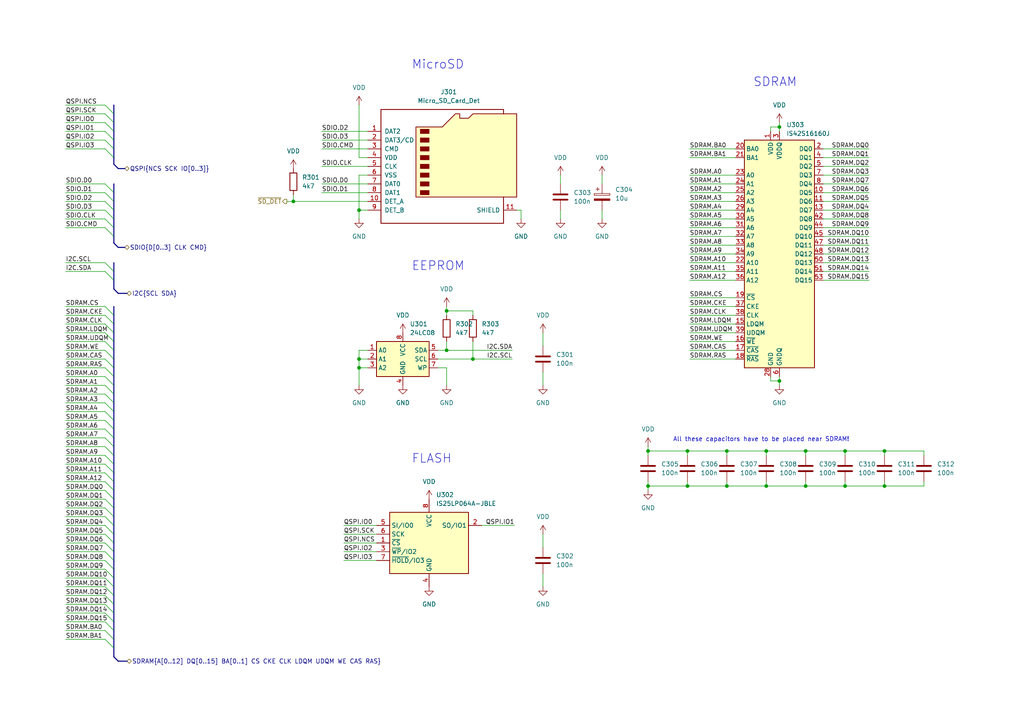
<source format=kicad_sch>
(kicad_sch (version 20211123) (generator eeschema)
  (paper "A4")
  (title_block (title "STLinux") (date "2022-11-10") (rev "1"))
  (lib_symbols
    (symbol "Connector:Micro_SD_Card_Det" (pin_names (offset 1.016))
      (property "Reference" "J" (at -16.51 17.78 0))
      (property "Value" "Micro_SD_Card_Det" (at 16.51 17.78 0))
      (symbol "Micro_SD_Card_Det_0_1"
        (rectangle (start -7.62 -6.985) (end -5.08 -8.255) (fill (type outline)))
        (rectangle (start -7.62 -4.445) (end -5.08 -5.715) (fill (type outline)))
        (rectangle (start -7.62 -1.905) (end -5.08 -3.175) (fill (type outline)))
        (rectangle (start -7.62 0.635) (end -5.08 -0.635) (fill (type outline)))
        (rectangle (start -7.62 3.175) (end -5.08 1.905) (fill (type outline)))
        (rectangle (start -7.62 5.715) (end -5.08 4.445) (fill (type outline)))
        (rectangle (start -7.62 8.255) (end -5.08 6.985) (fill (type outline)))
        (rectangle (start -7.62 10.795) (end -5.08 9.525) (fill (type outline)))
        (polyline (pts (xy 16.51 15.24) (xy 16.51 16.51) (xy -19.05 16.51) (xy -19.05 -16.51) (xy 16.51 -16.51) (xy 16.51 -8.89)) (stroke (width 0.254)))
        (polyline (pts (xy -8.89 -8.89) (xy -8.89 11.43) (xy -1.27 11.43) (xy 2.54 15.24) (xy 3.81 15.24) (xy 3.81 13.97) (xy 6.35 13.97) (xy 7.62 15.24) (xy 20.32 15.24) (xy 20.32 -8.89) (xy -8.89 -8.89)) (stroke (width 0.254)) (fill (type background)))
      )
      (symbol "Micro_SD_Card_Det_1_1"
        (pin bidirectional line (at -22.86 10.16 0) (length 3.81) (name "DAT2") (number "1"))
        (pin passive line (at -22.86 -10.16 0) (length 3.81) (name "DET_A") (number "10"))
        (pin passive line (at 20.32 -12.7 180) (length 3.81) (name "SHIELD") (number "11"))
        (pin bidirectional line (at -22.86 7.62 0) (length 3.81) (name "DAT3/CD") (number "2"))
        (pin input line (at -22.86 5.08 0) (length 3.81) (name "CMD") (number "3"))
        (pin power_in line (at -22.86 2.54 0) (length 3.81) (name "VDD") (number "4"))
        (pin input line (at -22.86 0 0) (length 3.81) (name "CLK") (number "5"))
        (pin power_in line (at -22.86 -2.54 0) (length 3.81) (name "VSS") (number "6"))
        (pin bidirectional line (at -22.86 -5.08 0) (length 3.81) (name "DAT0") (number "7"))
        (pin bidirectional line (at -22.86 -7.62 0) (length 3.81) (name "DAT1") (number "8"))
        (pin passive line (at -22.86 -12.7 0) (length 3.81) (name "DET_B") (number "9"))
      )
    )
    (symbol "Device:C" (pin_numbers hide) (pin_names (offset 0.254))
      (property "Reference" "C" (at 0.635 2.54 0))
      (property "Value" "C" (at 0.635 -2.54 0))
      (symbol "C_0_1"
        (polyline (pts (xy -2.032 -0.762) (xy 2.032 -0.762)) (stroke (width 0.508)))
        (polyline (pts (xy -2.032 0.762) (xy 2.032 0.762)) (stroke (width 0.508)))
      )
      (symbol "C_1_1"
        (pin passive line (at 0 3.81 270) (length 2.794) (name "~") (number "1"))
        (pin passive line (at 0 -3.81 90) (length 2.794) (name "~") (number "2"))
      )
    )
    (symbol "Device:C_Polarized" (pin_numbers hide) (pin_names (offset 0.254))
      (property "Reference" "C" (at 0.635 2.54 0))
      (property "Value" "C_Polarized" (at 0.635 -2.54 0))
      (symbol "C_Polarized_0_1"
        (rectangle (start -2.286 0.508) (end 2.286 1.016))
        (polyline (pts (xy -1.778 2.286) (xy -0.762 2.286)))
        (polyline (pts (xy -1.27 2.794) (xy -1.27 1.778)))
        (rectangle (start 2.286 -0.508) (end -2.286 -1.016) (fill (type outline)))
      )
      (symbol "C_Polarized_1_1"
        (pin passive line (at 0 3.81 270) (length 2.794) (name "~") (number "1"))
        (pin passive line (at 0 -3.81 90) (length 2.794) (name "~") (number "2"))
      )
    )
    (symbol "Device:R" (pin_numbers hide) (pin_names (offset 0))
      (property "Reference" "R" (at 2.032 0 90))
      (property "Value" "R" (at 0 0 90))
      (symbol "R_0_1"
        (rectangle (start -1.016 -2.54) (end 1.016 2.54) (stroke (width 0.254)))
      )
      (symbol "R_1_1"
        (pin passive line (at 0 3.81 270) (length 1.27) (name "~") (number "1"))
        (pin passive line (at 0 -3.81 90) (length 1.27) (name "~") (number "2"))
      )
    )
    (symbol "Memory_EEPROM:24LC08"
      (property "Reference" "U" (at -6.35 6.35 0))
      (property "Value" "24LC08" (at 1.27 6.35 0))
      (symbol "24LC08_1_1"
        (rectangle (start -7.62 5.08) (end 7.62 -5.08) (stroke (width 0.254)) (fill (type background)))
        (pin input line (at -10.16 2.54 0) (length 2.54) (name "A0") (number "1"))
        (pin input line (at -10.16 0 0) (length 2.54) (name "A1") (number "2"))
        (pin input line (at -10.16 -2.54 0) (length 2.54) (name "A2") (number "3"))
        (pin power_in line (at 0 -7.62 90) (length 2.54) (name "GND") (number "4"))
        (pin bidirectional line (at 10.16 2.54 180) (length 2.54) (name "SDA") (number "5"))
        (pin input line (at 10.16 0 180) (length 2.54) (name "SCL") (number "6"))
        (pin input line (at 10.16 -2.54 180) (length 2.54) (name "WP") (number "7"))
        (pin power_in line (at 0 7.62 270) (length 2.54) (name "VCC") (number "8"))
      )
    )
    (symbol "Memory_Flash:AT25SF081-SSHD-X"
      (property "Reference" "U" (at 2.54 12.7 0))
      (property "Value" "AT25SF081-SSHD-X" (at 10.16 10.16 0))
      (symbol "AT25SF081-SSHD-X_1_1"
        (rectangle (start -11.43 8.89) (end 11.43 -8.89) (stroke (width 0.254)) (fill (type background)))
        (pin input line (at -15.24 0 0) (length 3.81) (name "~{CS}") (number "1"))
        (pin bidirectional line (at 15.24 5.08 180) (length 3.81) (name "SO/IO1") (number "2"))
        (pin bidirectional line (at -15.24 -2.54 0) (length 3.81) (name "~{WP}/IO2") (number "3"))
        (pin power_in line (at 0 -12.7 90) (length 3.81) (name "GND") (number "4"))
        (pin bidirectional line (at -15.24 5.08 0) (length 3.81) (name "SI/IO0") (number "5"))
        (pin input line (at -15.24 2.54 0) (length 3.81) (name "SCK") (number "6"))
        (pin bidirectional line (at -15.24 -5.08 0) (length 3.81) (name "~{HOLD}/IO3") (number "7"))
        (pin power_in line (at 0 12.7 270) (length 3.81) (name "VCC") (number "8"))
      )
    )
    (symbol "issi:IS42S16160B-7TL"
      (property "Reference" "U" (at -8.89 34.29 0))
      (property "Value" "IS42S16160B-7TL" (at 8.89 34.29 0))
      (symbol "IS42S16160B-7TL_1_1"
        (rectangle (start -10.16 33.02) (end 10.16 -33.02) (stroke (width 0.254)) (fill (type background)))
        (pin power_in line (at -2.54 35.56 270) (length 2.54) (name "VDD") (number "1"))
        (pin bidirectional line (at 12.7 17.78 180) (length 2.54) (name "DQ5") (number "10"))
        (pin bidirectional line (at 12.7 15.24 180) (length 2.54) (name "DQ6") (number "11"))
        (pin passive line (at 0 -35.56 90) (length 2.54) hide (name "GNDQ") (number "12"))
        (pin bidirectional line (at 12.7 12.7 180) (length 2.54) (name "DQ7") (number "13"))
        (pin passive line (at -2.54 35.56 270) (length 2.54) hide (name "VDD") (number "14"))
        (pin input line (at -12.7 -20.32 0) (length 2.54) (name "LDQM") (number "15"))
        (pin input line (at -12.7 -25.4 0) (length 2.54) (name "~{WE}") (number "16"))
        (pin input line (at -12.7 -27.94 0) (length 2.54) (name "~{CAS}") (number "17"))
        (pin input line (at -12.7 -30.48 0) (length 2.54) (name "~{RAS}") (number "18"))
        (pin input line (at -12.7 -12.7 0) (length 2.54) (name "~{CS}") (number "19"))
        (pin bidirectional line (at 12.7 30.48 180) (length 2.54) (name "DQ0") (number "2"))
        (pin input line (at -12.7 30.48 0) (length 2.54) (name "BA0") (number "20"))
        (pin input line (at -12.7 27.94 0) (length 2.54) (name "BA1") (number "21"))
        (pin input line (at -12.7 -2.54 0) (length 2.54) (name "A10") (number "22"))
        (pin input line (at -12.7 22.86 0) (length 2.54) (name "A0") (number "23"))
        (pin input line (at -12.7 20.32 0) (length 2.54) (name "A1") (number "24"))
        (pin input line (at -12.7 17.78 0) (length 2.54) (name "A2") (number "25"))
        (pin input line (at -12.7 15.24 0) (length 2.54) (name "A3") (number "26"))
        (pin passive line (at -2.54 35.56 270) (length 2.54) hide (name "VDD") (number "27"))
        (pin power_in line (at -2.54 -35.56 90) (length 2.54) (name "GND") (number "28"))
        (pin input line (at -12.7 12.7 0) (length 2.54) (name "A4") (number "29"))
        (pin power_in line (at 0 35.56 270) (length 2.54) (name "VDDQ") (number "3"))
        (pin input line (at -12.7 10.16 0) (length 2.54) (name "A5") (number "30"))
        (pin input line (at -12.7 7.62 0) (length 2.54) (name "A6") (number "31"))
        (pin input line (at -12.7 5.08 0) (length 2.54) (name "A7") (number "32"))
        (pin input line (at -12.7 2.54 0) (length 2.54) (name "A8") (number "33"))
        (pin input line (at -12.7 0 0) (length 2.54) (name "A9") (number "34"))
        (pin input line (at -12.7 -5.08 0) (length 2.54) (name "A11") (number "35"))
        (pin input line (at -12.7 -7.62 0) (length 2.54) (name "A12") (number "36"))
        (pin input line (at -12.7 -15.24 0) (length 2.54) (name "CKE") (number "37"))
        (pin input line (at -12.7 -17.78 0) (length 2.54) (name "CLK") (number "38"))
        (pin input line (at -12.7 -22.86 0) (length 2.54) (name "UDQM") (number "39"))
        (pin bidirectional line (at 12.7 27.94 180) (length 2.54) (name "DQ1") (number "4"))
        (pin no_connect line (at 10.16 -20.32 180) (length 2.54) hide (name "NC") (number "40"))
        (pin passive line (at -2.54 -35.56 90) (length 2.54) hide (name "GND") (number "41"))
        (pin bidirectional line (at 12.7 10.16 180) (length 2.54) (name "DQ8") (number "42"))
        (pin passive line (at 0 35.56 270) (length 2.54) hide (name "VDDQ") (number "43"))
        (pin bidirectional line (at 12.7 7.62 180) (length 2.54) (name "DQ9") (number "44"))
        (pin bidirectional line (at 12.7 5.08 180) (length 2.54) (name "DQ10") (number "45"))
        (pin passive line (at 0 -35.56 90) (length 2.54) hide (name "GNDQ") (number "46"))
        (pin bidirectional line (at 12.7 2.54 180) (length 2.54) (name "DQ11") (number "47"))
        (pin bidirectional line (at 12.7 0 180) (length 2.54) (name "DQ12") (number "48"))
        (pin passive line (at 0 35.56 270) (length 2.54) hide (name "VDDQ") (number "49"))
        (pin bidirectional line (at 12.7 25.4 180) (length 2.54) (name "DQ2") (number "5"))
        (pin bidirectional line (at 12.7 -2.54 180) (length 2.54) (name "DQ13") (number "50"))
        (pin bidirectional line (at 12.7 -5.08 180) (length 2.54) (name "DQ14") (number "51"))
        (pin passive line (at 0 -35.56 90) (length 2.54) hide (name "GNDQ") (number "52"))
        (pin bidirectional line (at 12.7 -7.62 180) (length 2.54) (name "DQ15") (number "53"))
        (pin passive line (at -2.54 -35.56 90) (length 2.54) hide (name "GND") (number "54"))
        (pin power_in line (at 0 -35.56 90) (length 2.54) (name "GNDQ") (number "6"))
        (pin bidirectional line (at 12.7 22.86 180) (length 2.54) (name "DQ3") (number "7"))
        (pin bidirectional line (at 12.7 20.32 180) (length 2.54) (name "DQ4") (number "8"))
        (pin passive line (at 0 35.56 270) (length 2.54) hide (name "VDDQ") (number "9"))
      )
    )
    (symbol "power:GND" (power) (pin_names (offset 0))
      (property "Value" "GND" (at 0 -3.81 0))
      (symbol "GND_0_1"
        (polyline (pts (xy 0 0) (xy 0 -1.27) (xy 1.27 -1.27) (xy 0 -2.54) (xy -1.27 -1.27) (xy 0 -1.27)))
      )
      (symbol "GND_1_1"
        (pin power_in line (at 0 0 270) (length 0) hide (name "GND") (number "1"))
      )
    )
    (symbol "power:VDD" (power) (pin_names (offset 0))
      (property "Value" "VDD" (at 0 3.81 0))
      (symbol "VDD_0_1"
        (polyline (pts (xy -0.762 1.27) (xy 0 2.54)))
        (polyline (pts (xy 0 0) (xy 0 2.54)))
        (polyline (pts (xy 0 2.54) (xy 0.762 1.27)))
      )
      (symbol "VDD_1_1"
        (pin power_in line (at 0 0 90) (length 0) hide (name "VDD") (number "1"))
      )
    )
  )
  (junction (at 210.82 130.81))
  (junction (at 104.14 106.68))
  (junction (at 187.96 140.97))
  (junction (at 104.14 104.14))
  (junction (at 137.16 104.14))
  (junction (at 85.09 58.42))
  (junction (at 199.39 140.97))
  (junction (at 104.14 60.96))
  (junction (at 199.39 130.81))
  (junction (at 226.06 110.49))
  (junction (at 210.82 140.97))
  (junction (at 256.54 140.97))
  (junction (at 233.68 130.81))
  (junction (at 222.25 130.81))
  (junction (at 233.68 140.97))
  (junction (at 187.96 130.81))
  (junction (at 129.54 90.17))
  (junction (at 245.11 130.81))
  (junction (at 222.25 140.97))
  (junction (at 226.06 36.83))
  (junction (at 129.54 101.6))
  (junction (at 245.11 140.97))
  (junction (at 256.54 130.81))
  (bus_entry (at 30.48 111.76) (size 2.54 2.54))
  (bus_entry (at 30.48 147.32) (size 2.54 2.54))
  (bus_entry (at 30.48 185.42) (size 2.54 2.54))
  (bus_entry (at 30.48 53.34) (size 2.54 2.54))
  (bus_entry (at 30.48 160.02) (size 2.54 2.54))
  (bus_entry (at 30.48 175.26) (size 2.54 2.54))
  (bus_entry (at 30.48 91.44) (size 2.54 2.54))
  (bus_entry (at 30.48 43.18) (size 2.54 2.54))
  (bus_entry (at 30.48 180.34) (size 2.54 2.54))
  (bus_entry (at 30.48 38.1) (size 2.54 2.54))
  (bus_entry (at 30.48 60.96) (size 2.54 2.54))
  (bus_entry (at 30.48 129.54) (size 2.54 2.54))
  (bus_entry (at 30.48 149.86) (size 2.54 2.54))
  (bus_entry (at 30.48 119.38) (size 2.54 2.54))
  (bus_entry (at 30.48 139.7) (size 2.54 2.54))
  (bus_entry (at 30.48 172.72) (size 2.54 2.54))
  (bus_entry (at 30.48 157.48) (size 2.54 2.54))
  (bus_entry (at 30.48 162.56) (size 2.54 2.54))
  (bus_entry (at 30.48 106.68) (size 2.54 2.54))
  (bus_entry (at 30.48 116.84) (size 2.54 2.54))
  (bus_entry (at 30.48 127) (size 2.54 2.54))
  (bus_entry (at 30.48 152.4) (size 2.54 2.54))
  (bus_entry (at 30.48 109.22) (size 2.54 2.54))
  (bus_entry (at 30.48 104.14) (size 2.54 2.54))
  (bus_entry (at 30.48 167.64) (size 2.54 2.54))
  (bus_entry (at 30.48 132.08) (size 2.54 2.54))
  (bus_entry (at 30.48 154.94) (size 2.54 2.54))
  (bus_entry (at 30.48 99.06) (size 2.54 2.54))
  (bus_entry (at 30.48 88.9) (size 2.54 2.54))
  (bus_entry (at 30.48 78.74) (size 2.54 2.54))
  (bus_entry (at 30.48 101.6) (size 2.54 2.54))
  (bus_entry (at 30.48 40.64) (size 2.54 2.54))
  (bus_entry (at 30.48 114.3) (size 2.54 2.54))
  (bus_entry (at 33.02 33.02) (size -2.54 -2.54))
  (bus_entry (at 30.48 35.56) (size 2.54 2.54))
  (bus_entry (at 30.48 58.42) (size 2.54 2.54))
  (bus_entry (at 30.48 96.52) (size 2.54 2.54))
  (bus_entry (at 30.48 142.24) (size 2.54 2.54))
  (bus_entry (at 30.48 177.8) (size 2.54 2.54))
  (bus_entry (at 30.48 66.04) (size 2.54 2.54))
  (bus_entry (at 33.02 35.56) (size -2.54 -2.54))
  (bus_entry (at 30.48 137.16) (size 2.54 2.54))
  (bus_entry (at 30.48 55.88) (size 2.54 2.54))
  (bus_entry (at 30.48 121.92) (size 2.54 2.54))
  (bus_entry (at 30.48 76.2) (size 2.54 2.54))
  (bus_entry (at 30.48 124.46) (size 2.54 2.54))
  (bus_entry (at 30.48 63.5) (size 2.54 2.54))
  (bus_entry (at 30.48 182.88) (size 2.54 2.54))
  (bus_entry (at 30.48 134.62) (size 2.54 2.54))
  (bus_entry (at 30.48 93.98) (size 2.54 2.54))
  (bus_entry (at 30.48 170.18) (size 2.54 2.54))
  (bus_entry (at 30.48 144.78) (size 2.54 2.54))
  (bus_entry (at 30.48 165.1) (size 2.54 2.54))
  (bus (pts (xy 33.02 76.2) (xy 33.02 78.74)))
  (wire (pts (xy 222.25 130.81) (xy 233.68 130.81)))
  (wire (pts (xy 19.05 160.02) (xy 30.48 160.02)))
  (wire (pts (xy 19.05 180.34) (xy 30.48 180.34)))
  (wire (pts (xy 19.05 63.5) (xy 30.48 63.5)))
  (wire (pts (xy 104.14 106.68) (xy 104.14 111.76)))
  (wire (pts (xy 238.76 73.66) (xy 252.095 73.66)))
  (wire (pts (xy 238.76 66.04) (xy 252.095 66.04)))
  (wire (pts (xy 19.05 134.62) (xy 30.48 134.62)))
  (bus (pts (xy 33.02 180.34) (xy 33.02 182.88)))
  (wire (pts (xy 238.76 78.74) (xy 252.095 78.74)))
  (bus (pts (xy 33.02 134.62) (xy 33.02 137.16)))
  (wire (pts (xy 19.05 55.88) (xy 30.48 55.88)))
  (wire (pts (xy 187.96 130.81) (xy 199.39 130.81)))
  (bus (pts (xy 33.02 121.92) (xy 33.02 124.46)))
  (wire (pts (xy 187.96 140.97) (xy 199.39 140.97)))
  (wire (pts (xy 99.695 160.02) (xy 109.22 160.02)))
  (wire (pts (xy 129.54 101.6) (xy 148.59 101.6)))
  (wire (pts (xy 129.54 90.17) (xy 137.16 90.17)))
  (bus (pts (xy 33.02 162.56) (xy 33.02 165.1)))
  (wire (pts (xy 19.05 127) (xy 30.48 127)))
  (bus (pts (xy 33.02 111.76) (xy 33.02 114.3)))
  (wire (pts (xy 199.39 130.81) (xy 210.82 130.81)))
  (wire (pts (xy 187.96 140.97) (xy 187.96 142.24)))
  (wire (pts (xy 200.025 96.52) (xy 213.36 96.52)))
  (wire (pts (xy 129.54 88.9) (xy 129.54 90.17)))
  (bus (pts (xy 33.02 137.16) (xy 33.02 139.7)))
  (bus (pts (xy 33.02 129.54) (xy 33.02 132.08)))
  (wire (pts (xy 99.695 157.48) (xy 109.22 157.48)))
  (bus (pts (xy 33.02 149.86) (xy 33.02 152.4)))
  (wire (pts (xy 99.695 162.56) (xy 109.22 162.56)))
  (wire (pts (xy 238.76 63.5) (xy 252.095 63.5)))
  (wire (pts (xy 104.14 106.68) (xy 106.68 106.68)))
  (wire (pts (xy 30.48 99.06) (xy 19.05 99.06)))
  (bus (pts (xy 33.02 142.24) (xy 33.02 144.78)))
  (wire (pts (xy 93.345 38.1) (xy 106.68 38.1)))
  (bus (pts (xy 33.02 165.1) (xy 33.02 167.64)))
  (wire (pts (xy 200.025 91.44) (xy 213.36 91.44)))
  (wire (pts (xy 238.76 76.2) (xy 252.095 76.2)))
  (wire (pts (xy 238.76 53.34) (xy 252.095 53.34)))
  (wire (pts (xy 200.025 60.96) (xy 213.36 60.96)))
  (bus (pts (xy 33.02 109.22) (xy 33.02 111.76)))
  (wire (pts (xy 222.25 140.97) (xy 233.68 140.97)))
  (bus (pts (xy 33.02 154.94) (xy 33.02 157.48)))
  (bus (pts (xy 33.02 144.78) (xy 33.02 147.32)))
  (wire (pts (xy 19.05 30.48) (xy 30.48 30.48)))
  (wire (pts (xy 19.05 114.3) (xy 30.48 114.3)))
  (wire (pts (xy 19.05 177.8) (xy 30.48 177.8)))
  (wire (pts (xy 187.96 139.7) (xy 187.96 140.97)))
  (bus (pts (xy 33.02 104.14) (xy 33.02 106.68)))
  (wire (pts (xy 19.05 132.08) (xy 30.48 132.08)))
  (bus (pts (xy 33.02 147.32) (xy 33.02 149.86)))
  (wire (pts (xy 157.48 107.95) (xy 157.48 111.76)))
  (bus (pts (xy 33.02 99.06) (xy 33.02 101.6)))
  (bus (pts (xy 33.02 124.46) (xy 33.02 127)))
  (bus (pts (xy 33.02 127) (xy 33.02 129.54)))
  (wire (pts (xy 200.025 71.12) (xy 213.36 71.12)))
  (wire (pts (xy 162.56 50.8) (xy 162.56 53.34)))
  (bus (pts (xy 33.02 58.42) (xy 33.02 60.96)))
  (wire (pts (xy 19.05 124.46) (xy 30.48 124.46)))
  (wire (pts (xy 106.68 45.72) (xy 104.14 45.72)))
  (wire (pts (xy 210.82 130.81) (xy 210.82 132.08)))
  (wire (pts (xy 19.05 144.78) (xy 30.48 144.78)))
  (wire (pts (xy 200.025 81.28) (xy 213.36 81.28)))
  (wire (pts (xy 238.76 45.72) (xy 252.095 45.72)))
  (wire (pts (xy 104.14 50.8) (xy 104.14 60.96)))
  (wire (pts (xy 83.185 58.42) (xy 85.09 58.42)))
  (wire (pts (xy 238.76 71.12) (xy 252.095 71.12)))
  (wire (pts (xy 199.39 130.81) (xy 199.39 132.08)))
  (wire (pts (xy 127 104.14) (xy 137.16 104.14)))
  (wire (pts (xy 226.06 110.49) (xy 226.06 111.76)))
  (wire (pts (xy 30.48 104.14) (xy 19.05 104.14)))
  (wire (pts (xy 256.54 130.81) (xy 256.54 132.08)))
  (wire (pts (xy 19.05 129.54) (xy 30.48 129.54)))
  (bus (pts (xy 33.02 190.5) (xy 34.29 191.77)))
  (bus (pts (xy 33.02 35.56) (xy 33.02 38.1)))
  (bus (pts (xy 33.02 55.88) (xy 33.02 58.42)))
  (bus (pts (xy 33.02 167.64) (xy 33.02 170.18)))
  (wire (pts (xy 245.11 130.81) (xy 256.54 130.81)))
  (wire (pts (xy 199.39 139.7) (xy 199.39 140.97)))
  (wire (pts (xy 19.05 182.88) (xy 30.48 182.88)))
  (wire (pts (xy 104.14 60.96) (xy 106.68 60.96)))
  (wire (pts (xy 210.82 140.97) (xy 222.25 140.97)))
  (wire (pts (xy 245.11 130.81) (xy 245.11 132.08)))
  (wire (pts (xy 162.56 60.96) (xy 162.56 63.5)))
  (wire (pts (xy 267.97 139.7) (xy 267.97 140.97)))
  (wire (pts (xy 238.76 68.58) (xy 252.095 68.58)))
  (wire (pts (xy 226.06 109.22) (xy 226.06 110.49)))
  (bus (pts (xy 33.02 93.98) (xy 33.02 96.52)))
  (bus (pts (xy 33.02 160.02) (xy 33.02 162.56)))
  (wire (pts (xy 104.14 101.6) (xy 104.14 104.14)))
  (wire (pts (xy 174.625 60.96) (xy 174.625 63.5)))
  (wire (pts (xy 226.06 36.83) (xy 226.06 38.1)))
  (bus (pts (xy 33.02 170.18) (xy 33.02 172.72)))
  (wire (pts (xy 199.39 140.97) (xy 210.82 140.97)))
  (wire (pts (xy 200.025 88.9) (xy 213.36 88.9)))
  (wire (pts (xy 93.345 43.18) (xy 106.68 43.18)))
  (bus (pts (xy 34.29 71.755) (xy 36.195 71.755)))
  (bus (pts (xy 33.02 66.04) (xy 33.02 68.58)))
  (bus (pts (xy 33.02 81.28) (xy 33.02 83.82)))
  (wire (pts (xy 222.25 130.81) (xy 222.25 132.08)))
  (wire (pts (xy 19.05 76.2) (xy 30.48 76.2)))
  (wire (pts (xy 200.025 68.58) (xy 213.36 68.58)))
  (bus (pts (xy 33.02 45.72) (xy 33.02 47.625)))
  (wire (pts (xy 210.82 130.81) (xy 222.25 130.81)))
  (wire (pts (xy 19.05 172.72) (xy 30.48 172.72)))
  (wire (pts (xy 222.25 139.7) (xy 222.25 140.97)))
  (wire (pts (xy 19.05 43.18) (xy 30.48 43.18)))
  (wire (pts (xy 137.16 99.06) (xy 137.16 104.14)))
  (wire (pts (xy 200.025 53.34) (xy 213.36 53.34)))
  (wire (pts (xy 19.05 60.96) (xy 30.48 60.96)))
  (bus (pts (xy 33.02 101.6) (xy 33.02 104.14)))
  (wire (pts (xy 200.025 50.8) (xy 213.36 50.8)))
  (bus (pts (xy 33.02 83.82) (xy 34.29 85.09)))
  (wire (pts (xy 93.345 55.88) (xy 106.68 55.88)))
  (bus (pts (xy 34.29 48.895) (xy 36.195 48.895)))
  (bus (pts (xy 33.02 63.5) (xy 33.02 66.04)))
  (wire (pts (xy 99.695 154.94) (xy 109.22 154.94)))
  (wire (pts (xy 104.14 50.8) (xy 106.68 50.8)))
  (wire (pts (xy 226.06 35.56) (xy 226.06 36.83)))
  (bus (pts (xy 33.02 96.52) (xy 33.02 99.06)))
  (bus (pts (xy 33.02 114.3) (xy 33.02 116.84)))
  (wire (pts (xy 19.05 116.84) (xy 30.48 116.84)))
  (bus (pts (xy 33.02 53.34) (xy 33.02 55.88)))
  (wire (pts (xy 200.025 104.14) (xy 213.36 104.14)))
  (wire (pts (xy 30.48 101.6) (xy 19.05 101.6)))
  (wire (pts (xy 19.05 66.04) (xy 30.48 66.04)))
  (wire (pts (xy 238.76 50.8) (xy 252.095 50.8)))
  (bus (pts (xy 33.02 116.84) (xy 33.02 119.38)))
  (wire (pts (xy 200.025 43.18) (xy 213.36 43.18)))
  (bus (pts (xy 33.02 185.42) (xy 33.02 187.96)))
  (wire (pts (xy 223.52 36.83) (xy 223.52 38.1)))
  (wire (pts (xy 19.05 119.38) (xy 30.48 119.38)))
  (wire (pts (xy 267.97 130.81) (xy 267.97 132.08)))
  (wire (pts (xy 200.025 99.06) (xy 213.36 99.06)))
  (bus (pts (xy 33.02 175.26) (xy 33.02 177.8)))
  (bus (pts (xy 33.02 40.64) (xy 33.02 43.18)))
  (bus (pts (xy 33.02 70.485) (xy 34.29 71.755)))
  (wire (pts (xy 19.05 170.18) (xy 30.48 170.18)))
  (wire (pts (xy 226.06 36.83) (xy 223.52 36.83)))
  (bus (pts (xy 33.02 60.96) (xy 33.02 63.5)))
  (wire (pts (xy 19.05 137.16) (xy 30.48 137.16)))
  (wire (pts (xy 151.13 60.96) (xy 151.13 63.5)))
  (bus (pts (xy 33.02 78.74) (xy 33.02 81.28)))
  (bus (pts (xy 34.29 191.77) (xy 36.83 191.77)))
  (wire (pts (xy 256.54 139.7) (xy 256.54 140.97)))
  (wire (pts (xy 223.52 109.22) (xy 223.52 110.49)))
  (wire (pts (xy 19.05 147.32) (xy 30.48 147.32)))
  (wire (pts (xy 226.06 110.49) (xy 223.52 110.49)))
  (bus (pts (xy 33.02 182.88) (xy 33.02 185.42)))
  (wire (pts (xy 157.48 166.37) (xy 157.48 170.18)))
  (bus (pts (xy 33.02 106.68) (xy 33.02 109.22)))
  (wire (pts (xy 238.76 43.18) (xy 252.095 43.18)))
  (wire (pts (xy 200.025 73.66) (xy 213.36 73.66)))
  (bus (pts (xy 33.02 119.38) (xy 33.02 121.92)))
  (wire (pts (xy 238.76 81.28) (xy 252.095 81.28)))
  (wire (pts (xy 19.05 162.56) (xy 30.48 162.56)))
  (wire (pts (xy 200.025 76.2) (xy 213.36 76.2)))
  (wire (pts (xy 200.025 78.74) (xy 213.36 78.74)))
  (bus (pts (xy 33.02 88.9) (xy 33.02 91.44)))
  (wire (pts (xy 93.345 53.34) (xy 106.68 53.34)))
  (wire (pts (xy 93.345 48.26) (xy 106.68 48.26)))
  (wire (pts (xy 187.96 132.08) (xy 187.96 130.81)))
  (wire (pts (xy 30.48 91.44) (xy 19.05 91.44)))
  (wire (pts (xy 256.54 140.97) (xy 267.97 140.97)))
  (wire (pts (xy 127 101.6) (xy 129.54 101.6)))
  (bus (pts (xy 33.02 43.18) (xy 33.02 45.72)))
  (wire (pts (xy 19.05 109.22) (xy 30.48 109.22)))
  (bus (pts (xy 34.29 85.09) (xy 36.83 85.09)))
  (bus (pts (xy 33.02 30.48) (xy 33.02 33.02)))
  (wire (pts (xy 104.14 104.14) (xy 104.14 106.68)))
  (wire (pts (xy 200.025 101.6) (xy 213.36 101.6)))
  (wire (pts (xy 106.68 58.42) (xy 85.09 58.42)))
  (wire (pts (xy 19.05 58.42) (xy 30.48 58.42)))
  (wire (pts (xy 174.625 50.8) (xy 174.625 53.34)))
  (wire (pts (xy 99.695 152.4) (xy 109.22 152.4)))
  (wire (pts (xy 19.05 88.9) (xy 30.48 88.9)))
  (bus (pts (xy 33.02 139.7) (xy 33.02 142.24)))
  (wire (pts (xy 19.05 78.74) (xy 30.48 78.74)))
  (wire (pts (xy 238.76 60.96) (xy 252.095 60.96)))
  (wire (pts (xy 19.05 111.76) (xy 30.48 111.76)))
  (bus (pts (xy 33.02 132.08) (xy 33.02 134.62)))
  (bus (pts (xy 33.02 177.8) (xy 33.02 180.34)))
  (bus (pts (xy 33.02 33.02) (xy 33.02 35.56)))
  (bus (pts (xy 33.02 47.625) (xy 34.29 48.895)))
  (wire (pts (xy 233.68 130.81) (xy 245.11 130.81)))
  (wire (pts (xy 245.11 140.97) (xy 256.54 140.97)))
  (wire (pts (xy 200.025 63.5) (xy 213.36 63.5)))
  (wire (pts (xy 129.54 106.68) (xy 129.54 111.76)))
  (bus (pts (xy 33.02 38.1) (xy 33.02 40.64)))
  (wire (pts (xy 19.05 40.64) (xy 30.48 40.64)))
  (wire (pts (xy 137.16 90.17) (xy 137.16 91.44)))
  (wire (pts (xy 93.345 40.64) (xy 106.68 40.64)))
  (wire (pts (xy 19.05 167.64) (xy 30.48 167.64)))
  (wire (pts (xy 19.05 175.26) (xy 30.48 175.26)))
  (wire (pts (xy 19.05 139.7) (xy 30.48 139.7)))
  (wire (pts (xy 106.68 101.6) (xy 104.14 101.6)))
  (wire (pts (xy 238.76 55.88) (xy 252.095 55.88)))
  (bus (pts (xy 33.02 91.44) (xy 33.02 93.98)))
  (wire (pts (xy 19.05 121.92) (xy 30.48 121.92)))
  (wire (pts (xy 200.025 45.72) (xy 213.36 45.72)))
  (wire (pts (xy 19.05 53.34) (xy 30.48 53.34)))
  (wire (pts (xy 19.05 38.1) (xy 30.48 38.1)))
  (bus (pts (xy 33.02 157.48) (xy 33.02 160.02)))
  (wire (pts (xy 30.48 96.52) (xy 19.05 96.52)))
  (wire (pts (xy 139.7 152.4) (xy 149.225 152.4)))
  (bus (pts (xy 33.02 68.58) (xy 33.02 70.485)))
  (wire (pts (xy 200.025 55.88) (xy 213.36 55.88)))
  (wire (pts (xy 200.025 58.42) (xy 213.36 58.42)))
  (wire (pts (xy 238.76 48.26) (xy 252.095 48.26)))
  (wire (pts (xy 104.14 30.48) (xy 104.14 45.72)))
  (wire (pts (xy 127 106.68) (xy 129.54 106.68)))
  (wire (pts (xy 19.05 185.42) (xy 30.48 185.42)))
  (wire (pts (xy 187.96 129.54) (xy 187.96 130.81)))
  (wire (pts (xy 245.11 139.7) (xy 245.11 140.97)))
  (wire (pts (xy 157.48 154.94) (xy 157.48 158.75)))
  (wire (pts (xy 149.86 60.96) (xy 151.13 60.96)))
  (wire (pts (xy 19.05 154.94) (xy 30.48 154.94)))
  (wire (pts (xy 19.05 165.1) (xy 30.48 165.1)))
  (wire (pts (xy 200.025 93.98) (xy 213.36 93.98)))
  (wire (pts (xy 19.05 149.86) (xy 30.48 149.86)))
  (wire (pts (xy 210.82 139.7) (xy 210.82 140.97)))
  (wire (pts (xy 30.48 93.98) (xy 19.05 93.98)))
  (wire (pts (xy 200.025 66.04) (xy 213.36 66.04)))
  (wire (pts (xy 30.48 106.68) (xy 19.05 106.68)))
  (wire (pts (xy 19.05 142.24) (xy 30.48 142.24)))
  (bus (pts (xy 33.02 187.96) (xy 33.02 190.5)))
  (wire (pts (xy 85.09 56.515) (xy 85.09 58.42)))
  (wire (pts (xy 233.68 130.81) (xy 233.68 132.08)))
  (bus (pts (xy 33.02 172.72) (xy 33.02 175.26)))
  (wire (pts (xy 129.54 99.06) (xy 129.54 101.6)))
  (bus (pts (xy 33.02 152.4) (xy 33.02 154.94)))
  (wire (pts (xy 104.14 104.14) (xy 106.68 104.14)))
  (wire (pts (xy 19.05 152.4) (xy 30.48 152.4)))
  (wire (pts (xy 137.16 104.14) (xy 148.59 104.14)))
  (wire (pts (xy 157.48 96.52) (xy 157.48 100.33)))
  (wire (pts (xy 19.05 157.48) (xy 30.48 157.48)))
  (wire (pts (xy 129.54 90.17) (xy 129.54 91.44)))
  (wire (pts (xy 256.54 130.81) (xy 267.97 130.81)))
  (wire (pts (xy 233.68 139.7) (xy 233.68 140.97)))
  (wire (pts (xy 19.05 35.56) (xy 30.48 35.56)))
  (wire (pts (xy 238.76 58.42) (xy 252.095 58.42)))
  (wire (pts (xy 233.68 140.97) (xy 245.11 140.97)))
  (wire (pts (xy 200.025 86.36) (xy 213.36 86.36)))
  (wire (pts (xy 19.05 33.02) (xy 30.48 33.02)))
  (wire (pts (xy 104.14 60.96) (xy 104.14 63.5)))
  (text "EEPROM" (at 119.38 78.74 0) (effects (font (size 2.54 2.54)) (justify left bottom)))
  (text "All these capacitors have to be placed near SDRAM!" (at 246.38 128.27 180) (effects (font (size 1.27 1.27)) (justify right bottom)))
  (text "FLASH\n" (at 119.38 134.62 0) (effects (font (size 2.54 2.54)) (justify left bottom)))
  (text "MicroSD\n" (at 119.38 20.32 0) (effects (font (size 2.54 2.54)) (justify left bottom)))
  (text "SDRAM\n" (at 218.44 25.4 0) (effects (font (size 2.54 2.54)) (justify left bottom)))
  (label "SDRAM.DQ13" (at 252.095 76.2 180))
  (label "SDRAM.DQ13" (at 19.05 175.26 0))
  (label "SDRAM.DQ3" (at 19.05 149.86 0))
  (label "SDRAM.DQ4" (at 252.095 60.96 180))
  (label "SDRAM.LDQM" (at 200.025 93.98 0))
  (label "SDRAM.DQ5" (at 252.095 58.42 180))
  (label "SDIO.CMD" (at 19.05 66.04 0))
  (label "SDRAM.CLK" (at 19.05 93.98 0))
  (label "SDRAM.DQ5" (at 19.05 154.94 0))
  (label "SDRAM.DQ6" (at 19.05 157.48 0))
  (label "SDRAM.A2" (at 200.025 55.88 0))
  (label "SDRAM.A5" (at 200.025 63.5 0))
  (label "SDRAM.DQ2" (at 19.05 147.32 0))
  (label "SDRAM.DQ7" (at 19.05 160.02 0))
  (label "SDRAM.DQ8" (at 19.05 162.56 0))
  (label "I2C.SCL" (at 148.59 104.14 180))
  (label "SDRAM.BA1" (at 200.025 45.72 0))
  (label "SDRAM.CKE" (at 19.05 91.44 0))
  (label "SDRAM.A8" (at 19.05 129.54 0))
  (label "QSPI.IO1" (at 19.05 38.1 0))
  (label "SDRAM.DQ0" (at 252.095 43.18 180))
  (label "SDRAM.DQ11" (at 19.05 170.18 0))
  (label "QSPI.SCK" (at 99.695 154.94 0))
  (label "SDIO.CMD" (at 93.345 43.18 0))
  (label "SDRAM.DQ1" (at 252.095 45.72 180))
  (label "QSPI.IO2" (at 19.05 40.64 0))
  (label "SDRAM.A3" (at 19.05 116.84 0))
  (label "SDRAM.A10" (at 200.025 76.2 0))
  (label "QSPI.IO0" (at 19.05 35.56 0))
  (label "SDRAM.CS" (at 19.05 88.9 0))
  (label "SDRAM.A6" (at 200.025 66.04 0))
  (label "SDRAM.A4" (at 200.025 60.96 0))
  (label "QSPI.NCS" (at 99.695 157.48 0))
  (label "SDRAM.CAS" (at 19.05 104.14 0))
  (label "SDRAM.CLK" (at 200.025 91.44 0))
  (label "SDRAM.DQ10" (at 252.095 68.58 180))
  (label "SDRAM.A11" (at 19.05 137.16 0))
  (label "QSPI.IO3" (at 99.695 162.56 0))
  (label "SDRAM.CKE" (at 200.025 88.9 0))
  (label "SDRAM.RAS" (at 200.025 104.14 0))
  (label "SDRAM.A5" (at 19.05 121.92 0))
  (label "SDRAM.DQ14" (at 252.095 78.74 180))
  (label "SDRAM.A7" (at 19.05 127 0))
  (label "SDRAM.LDQM" (at 19.05 96.52 0))
  (label "SDRAM.CS" (at 200.025 86.36 0))
  (label "SDRAM.A9" (at 200.025 73.66 0))
  (label "I2C.SDA" (at 19.05 78.74 0))
  (label "SDRAM.WE" (at 19.05 101.6 0))
  (label "SDRAM.WE" (at 200.025 99.06 0))
  (label "I2C.SCL" (at 19.05 76.2 0))
  (label "SDRAM.DQ4" (at 19.05 152.4 0))
  (label "QSPI.NCS" (at 19.05 30.48 0))
  (label "SDRAM.A6" (at 19.05 124.46 0))
  (label "QSPI.IO3" (at 19.05 43.18 0))
  (label "SDRAM.A8" (at 200.025 71.12 0))
  (label "SDRAM.CAS" (at 200.025 101.6 0))
  (label "SDRAM.A1" (at 19.05 111.76 0))
  (label "SDRAM.A7" (at 200.025 68.58 0))
  (label "SDRAM.DQ7" (at 252.095 53.34 180))
  (label "I2C.SDA" (at 148.59 101.6 180))
  (label "SDRAM.A12" (at 200.025 81.28 0))
  (label "SDRAM.DQ0" (at 19.05 142.24 0))
  (label "SDRAM.A0" (at 19.05 109.22 0))
  (label "SDIO.CLK" (at 93.345 48.26 0))
  (label "SDRAM.A9" (at 19.05 132.08 0))
  (label "SDRAM.DQ15" (at 19.05 180.34 0))
  (label "SDRAM.DQ2" (at 252.095 48.26 180))
  (label "SDRAM.RAS" (at 19.05 106.68 0))
  (label "SDRAM.UDQM" (at 200.025 96.52 0))
  (label "SDRAM.DQ6" (at 252.095 55.88 180))
  (label "SDRAM.A2" (at 19.05 114.3 0))
  (label "QSPI.IO0" (at 99.695 152.4 0))
  (label "SDRAM.A12" (at 19.05 139.7 0))
  (label "SDIO.D0" (at 19.05 53.34 0))
  (label "QSPI.IO1" (at 149.225 152.4 180))
  (label "SDIO.D3" (at 93.345 40.64 0))
  (label "SDRAM.A0" (at 200.025 50.8 0))
  (label "SDRAM.A3" (at 200.025 58.42 0))
  (label "SDRAM.A10" (at 19.05 134.62 0))
  (label "SDRAM.DQ14" (at 19.05 177.8 0))
  (label "SDIO.D3" (at 19.05 60.96 0))
  (label "SDRAM.A4" (at 19.05 119.38 0))
  (label "SDIO.D1" (at 93.345 55.88 0))
  (label "SDRAM.DQ8" (at 252.095 63.5 180))
  (label "SDRAM.DQ9" (at 19.05 165.1 0))
  (label "SDRAM.DQ10" (at 19.05 167.64 0))
  (label "SDIO.D0" (at 93.345 53.34 0))
  (label "SDIO.D2" (at 93.345 38.1 0))
  (label "SDRAM.A1" (at 200.025 53.34 0))
  (label "SDIO.D1" (at 19.05 55.88 0))
  (label "SDRAM.BA1" (at 19.05 185.42 0))
  (label "SDRAM.DQ12" (at 19.05 172.72 0))
  (label "SDRAM.UDQM" (at 19.05 99.06 0))
  (label "SDRAM.DQ3" (at 252.095 50.8 180))
  (label "SDRAM.A11" (at 200.025 78.74 0))
  (label "SDRAM.DQ11" (at 252.095 71.12 180))
  (label "QSPI.SCK" (at 19.05 33.02 0))
  (label "SDRAM.DQ1" (at 19.05 144.78 0))
  (label "SDIO.D2" (at 19.05 58.42 0))
  (label "SDRAM.DQ12" (at 252.095 73.66 180))
  (label "SDRAM.BA0" (at 19.05 182.88 0))
  (label "SDRAM.DQ9" (at 252.095 66.04 180))
  (label "QSPI.IO2" (at 99.695 160.02 0))
  (label "SDIO.CLK" (at 19.05 63.5 0))
  (label "SDRAM.BA0" (at 200.025 43.18 0))
  (label "SDRAM.DQ15" (at 252.095 81.28 180))
  (hierarchical_label "I2C{SCL SDA}" (shape bidirectional) (at 36.83 85.09 0))
  (hierarchical_label "~{SD_DET}" (shape output) (at 83.185 58.42 180))
  (hierarchical_label "QSPI{NCS SCK IO[0..3]}" (shape bidirectional) (at 36.195 48.895 0))
  (hierarchical_label "SDRAM{A[0..12] DQ[0..15] BA[0..1] CS CKE CLK LDQM UDQM WE CAS RAS}" (shape bidirectional) (at 36.83 191.77 0))
  (hierarchical_label "SDIO{D[0..3] CLK CMD}" (shape bidirectional) (at 36.195 71.755 0))
  (symbol (lib_id "power:VDD") (at 116.84 96.52 0) (unit 1)
    (property "Reference" "#PWR0305" (effects hide))
    (property "Value" "VDD" (at 116.84 91.44 0))
  )
  (symbol (lib_id "Device:R") (at 129.54 95.25 180) (unit 1)
    (property "Reference" "R302" (at 132.08 93.9799 0) (effects (justify right)))
    (property "Value" "4k7" (at 132.08 96.5199 0) (effects (justify right)))
    (property "Footprint" "Resistor_SMD:R_0603_1608Metric_Pad0.98x0.95mm_HandSolder" (effects hide))
  )
  (symbol (lib_id "Device:C") (at 267.97 135.89 0) (unit 1)
    (property "Reference" "C312" (at 271.78 134.6199 0) (effects (justify left)))
    (property "Value" "100n" (at 271.78 137.1599 0) (effects (justify left)))
    (property "Footprint" "Capacitor_SMD:C_0603_1608Metric_Pad1.08x0.95mm_HandSolder" (effects hide))
  )
  (symbol (lib_id "power:GND") (at 104.14 63.5 0) (unit 1)
    (property "Reference" "#PWR0303" (effects hide))
    (property "Value" "GND" (at 104.14 68.58 0))
  )
  (symbol (lib_id "power:VDD") (at 124.46 144.78 0) (unit 1)
    (property "Reference" "#PWR0307" (effects hide))
    (property "Value" "VDD" (at 124.46 139.7 0))
  )
  (symbol (lib_id "power:VDD") (at 104.14 30.48 0) (unit 1)
    (property "Reference" "#PWR0302" (effects hide))
    (property "Value" "VDD" (at 104.14 25.4 0))
  )
  (symbol (lib_id "power:GND") (at 187.96 142.24 0) (unit 1)
    (property "Reference" "#PWR0321" (effects hide))
    (property "Value" "GND" (at 187.96 147.32 0))
  )
  (symbol (lib_id "Device:C") (at 157.48 104.14 0) (unit 1)
    (property "Reference" "C301" (at 161.29 102.8699 0) (effects (justify left)))
    (property "Value" "100n" (at 161.29 105.4099 0) (effects (justify left)))
    (property "Footprint" "Capacitor_SMD:C_0603_1608Metric_Pad1.08x0.95mm_HandSolder" (effects hide))
  )
  (symbol (lib_id "power:GND") (at 162.56 63.5 0) (unit 1)
    (property "Reference" "#PWR0317" (effects hide))
    (property "Value" "GND" (at 162.56 68.58 0))
  )
  (symbol (lib_id "Device:C_Polarized") (at 174.625 57.15 0) (unit 1)
    (property "Reference" "C304" (at 178.435 54.9909 0) (effects (justify left)))
    (property "Value" "10u" (at 178.435 57.5309 0) (effects (justify left)))
    (property "Footprint" "Capacitor_Tantalum_SMD:CP_EIA-3216-18_Kemet-A_Pad1.58x1.35mm_HandSolder" (effects hide))
  )
  (symbol (lib_id "power:VDD") (at 157.48 154.94 0) (unit 1)
    (property "Reference" "#PWR0314" (effects hide))
    (property "Value" "VDD" (at 157.48 149.86 0))
  )
  (symbol (lib_id "power:GND") (at 104.14 111.76 0) (unit 1)
    (property "Reference" "#PWR0304" (effects hide))
    (property "Value" "GND" (at 104.14 116.84 0))
  )
  (symbol (lib_id "power:GND") (at 226.06 111.76 0) (unit 1)
    (property "Reference" "#PWR0323" (effects hide))
    (property "Value" "GND" (at 226.06 116.84 0))
  )
  (symbol (lib_id "Device:C") (at 222.25 135.89 0) (unit 1)
    (property "Reference" "C308" (at 226.06 134.6199 0) (effects (justify left)))
    (property "Value" "100n" (at 226.06 137.1599 0) (effects (justify left)))
    (property "Footprint" "Capacitor_SMD:C_0603_1608Metric_Pad1.08x0.95mm_HandSolder" (effects hide))
  )
  (symbol (lib_id "power:GND") (at 124.46 170.18 0) (unit 1)
    (property "Reference" "#PWR0308" (effects hide))
    (property "Value" "GND" (at 124.46 175.26 0))
  )
  (symbol (lib_id "power:VDD") (at 226.06 35.56 0) (unit 1)
    (property "Reference" "#PWR0322" (effects hide))
    (property "Value" "VDD" (at 226.06 30.48 0))
  )
  (symbol (lib_id "power:VDD") (at 187.96 129.54 0) (unit 1)
    (property "Reference" "#PWR0320" (effects hide))
    (property "Value" "VDD" (at 187.96 124.46 0))
  )
  (symbol (lib_id "power:GND") (at 174.625 63.5 0) (unit 1)
    (property "Reference" "#PWR0319" (effects hide))
    (property "Value" "GND" (at 174.625 68.58 0))
  )
  (symbol (lib_id "power:VDD") (at 129.54 88.9 0) (unit 1)
    (property "Reference" "#PWR0309" (effects hide))
    (property "Value" "VDD" (at 129.54 83.82 0))
  )
  (symbol (lib_id "power:GND") (at 157.48 170.18 0) (unit 1)
    (property "Reference" "#PWR0315" (effects hide))
    (property "Value" "GND" (at 157.48 175.26 0))
  )
  (symbol (lib_id "Device:C") (at 162.56 57.15 0) (unit 1)
    (property "Reference" "C303" (at 166.37 55.8799 0) (effects (justify left)))
    (property "Value" "100n" (at 166.37 58.4199 0) (effects (justify left)))
    (property "Footprint" "Capacitor_SMD:C_0603_1608Metric_Pad1.08x0.95mm_HandSolder" (effects hide))
  )
  (symbol (lib_id "Device:R") (at 85.09 52.705 180) (unit 1)
    (property "Reference" "R301" (at 87.63 51.4349 0) (effects (justify right)))
    (property "Value" "4k7" (at 87.63 53.9749 0) (effects (justify right)))
    (property "Footprint" "Resistor_SMD:R_0603_1608Metric_Pad0.98x0.95mm_HandSolder" (effects hide))
  )
  (symbol (lib_id "Memory_EEPROM:24LC08") (at 116.84 104.14 0) (unit 1)
    (property "Reference" "U301" (at 118.8594 93.98 0) (effects (justify left)))
    (property "Value" "24LC08" (at 118.8594 96.52 0) (effects (justify left)))
    (property "Footprint" "Package_SO:SOP-8_3.9x4.9mm_P1.27mm" (effects hide))
    (property "Datasheet" "http://ww1.microchip.com/downloads/en/DeviceDoc/21710J.pdf" (effects hide))
  )
  (symbol (lib_id "Device:C") (at 245.11 135.89 0) (unit 1)
    (property "Reference" "C310" (at 248.92 134.6199 0) (effects (justify left)))
    (property "Value" "100n" (at 248.92 137.1599 0) (effects (justify left)))
    (property "Footprint" "Capacitor_SMD:C_0603_1608Metric_Pad1.08x0.95mm_HandSolder" (effects hide))
  )
  (symbol (lib_id "power:VDD") (at 162.56 50.8 0) (unit 1)
    (property "Reference" "#PWR0316" (effects hide))
    (property "Value" "VDD" (at 162.56 45.72 0))
  )
  (symbol (lib_id "Device:C") (at 256.54 135.89 0) (unit 1)
    (property "Reference" "C311" (at 260.35 134.6199 0) (effects (justify left)))
    (property "Value" "100n" (at 260.35 137.1599 0) (effects (justify left)))
    (property "Footprint" "Capacitor_SMD:C_0603_1608Metric_Pad1.08x0.95mm_HandSolder" (effects hide))
  )
  (symbol (lib_id "power:GND") (at 116.84 111.76 0) (unit 1)
    (property "Reference" "#PWR0306" (effects hide))
    (property "Value" "GND" (at 116.84 116.84 0))
  )
  (symbol (lib_id "issi:IS42S16160B-7TL") (at 226.06 73.66 0) (unit 1)
    (property "Reference" "U303" (at 228.0794 36.195 0) (effects (justify left)))
    (property "Value" "IS42S16160J" (at 228.0794 38.735 0) (effects (justify left)))
    (property "Footprint" "Package_SO:TSOP-II-54_22.2x10.16mm_P0.8mm" (effects hide))
    (property "Datasheet" "https://www.issi.com/WW/pdf/42-45S83200J-16160J.pdf" (effects hide))
  )
  (symbol (lib_id "Device:R") (at 137.16 95.25 180) (unit 1)
    (property "Reference" "R303" (at 139.7 93.9799 0) (effects (justify right)))
    (property "Value" "4k7" (at 139.7 96.5199 0) (effects (justify right)))
    (property "Footprint" "Resistor_SMD:R_0603_1608Metric_Pad0.98x0.95mm_HandSolder" (effects hide))
  )
  (symbol (lib_id "Device:C") (at 187.96 135.89 0) (unit 1)
    (property "Reference" "C305" (at 191.77 134.6199 0) (effects (justify left)))
    (property "Value" "100n" (at 191.77 137.1599 0) (effects (justify left)))
    (property "Footprint" "Capacitor_SMD:C_0603_1608Metric_Pad1.08x0.95mm_HandSolder" (effects hide))
  )
  (symbol (lib_id "power:GND") (at 157.48 111.76 0) (unit 1)
    (property "Reference" "#PWR0313" (effects hide))
    (property "Value" "GND" (at 157.48 116.84 0))
  )
  (symbol (lib_id "Device:C") (at 199.39 135.89 0) (unit 1)
    (property "Reference" "C306" (at 203.2 134.6199 0) (effects (justify left)))
    (property "Value" "100n" (at 203.2 137.1599 0) (effects (justify left)))
    (property "Footprint" "Capacitor_SMD:C_0603_1608Metric_Pad1.08x0.95mm_HandSolder" (effects hide))
  )
  (symbol (lib_id "power:VDD") (at 157.48 96.52 0) (unit 1)
    (property "Reference" "#PWR0312" (effects hide))
    (property "Value" "VDD" (at 157.48 91.44 0))
  )
  (symbol (lib_id "Memory_Flash:AT25SF081-SSHD-X") (at 124.46 157.48 0) (unit 1)
    (property "Reference" "U302" (at 126.4794 143.51 0) (effects (justify left)))
    (property "Value" "IS25LP064A-JBLE" (at 126.4794 146.05 0) (effects (justify left)))
    (property "Footprint" "Package_SO:SOIC-8_3.9x4.9mm_P1.27mm" (effects hide))
    (property "Datasheet" "https://www.farnell.com/datasheets/2366875.pdf" (effects hide))
  )
  (symbol (lib_id "Device:C") (at 233.68 135.89 0) (unit 1)
    (property "Reference" "C309" (at 237.49 134.6199 0) (effects (justify left)))
    (property "Value" "100n" (at 237.49 137.1599 0) (effects (justify left)))
    (property "Footprint" "Capacitor_SMD:C_0603_1608Metric_Pad1.08x0.95mm_HandSolder" (effects hide))
  )
  (symbol (lib_id "Device:C") (at 157.48 162.56 0) (unit 1)
    (property "Reference" "C302" (at 161.29 161.2899 0) (effects (justify left)))
    (property "Value" "100n" (at 161.29 163.8299 0) (effects (justify left)))
    (property "Footprint" "Capacitor_SMD:C_0603_1608Metric_Pad1.08x0.95mm_HandSolder" (effects hide))
  )
  (symbol (lib_id "power:VDD") (at 85.09 48.895 0) (unit 1)
    (property "Reference" "#PWR0301" (effects hide))
    (property "Value" "VDD" (at 85.09 43.815 0))
  )
  (symbol (lib_id "power:GND") (at 151.13 63.5 0) (unit 1)
    (property "Reference" "#PWR0311" (effects hide))
    (property "Value" "GND" (at 151.13 68.58 0))
  )
  (symbol (lib_id "power:VDD") (at 174.625 50.8 0) (unit 1)
    (property "Reference" "#PWR0318" (effects hide))
    (property "Value" "VDD" (at 174.625 45.72 0))
  )
  (symbol (lib_id "power:GND") (at 129.54 111.76 0) (unit 1)
    (property "Reference" "#PWR0310" (effects hide))
    (property "Value" "GND" (at 129.54 116.84 0))
  )
  (symbol (lib_id "Connector:Micro_SD_Card_Det") (at 129.54 48.26 0) (unit 1)
    (property "Reference" "J301" (at 130.175 26.67 0))
    (property "Value" "Micro_SD_Card_Det" (at 130.175 29.21 0))
    (property "Footprint" "Connector_Card:microSD_HC_Molex_104031-0811" (effects hide))
    (property "Datasheet" "https://www.hirose.com/product/en/download_file/key_name/DM3/category/Catalog/doc_file_id/49662/?file_category_id=4&item_id=195&is_series=1" (effects hide))
  )
  (symbol (lib_id "Device:C") (at 210.82 135.89 0) (unit 1)
    (property "Reference" "C307" (at 214.63 134.6199 0) (effects (justify left)))
    (property "Value" "100n" (at 214.63 137.1599 0) (effects (justify left)))
    (property "Footprint" "Capacitor_SMD:C_0603_1608Metric_Pad1.08x0.95mm_HandSolder" (effects hide))
  )
)
</source>
